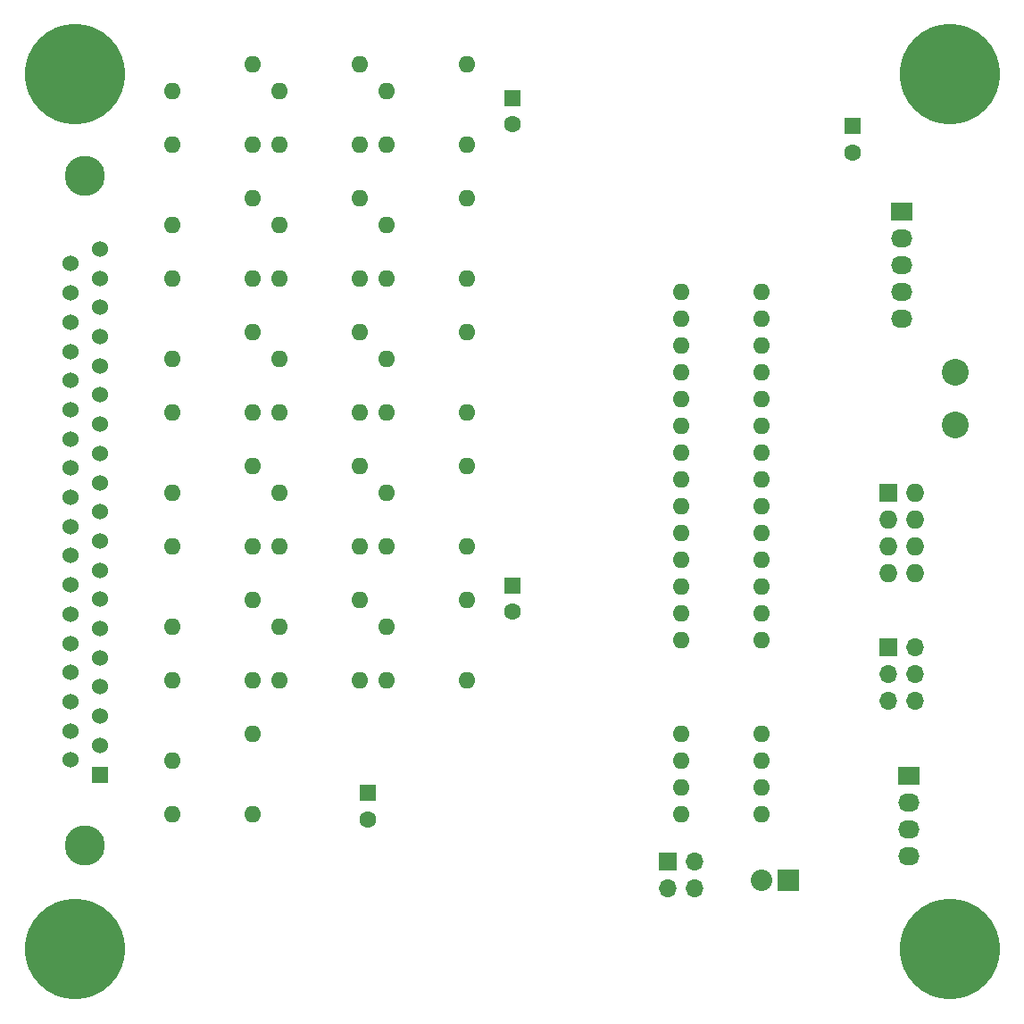
<source format=gbr>
G04 #@! TF.FileFunction,Soldermask,Bot*
%FSLAX46Y46*%
G04 Gerber Fmt 4.6, Leading zero omitted, Abs format (unit mm)*
G04 Created by KiCad (PCBNEW (after 2015-mar-04 BZR unknown)-product) date 6/9/2017 12:02:43 PM*
%MOMM*%
G01*
G04 APERTURE LIST*
%ADD10C,0.150000*%
%ADD11C,9.525000*%
%ADD12R,2.032000X2.032000*%
%ADD13O,2.032000X2.032000*%
%ADD14R,1.524000X1.524000*%
%ADD15C,1.524000*%
%ADD16C,3.810000*%
%ADD17O,1.600000X1.600000*%
%ADD18R,1.727200X1.727200*%
%ADD19O,1.727200X1.727200*%
%ADD20R,2.032000X1.727200*%
%ADD21O,2.032000X1.727200*%
%ADD22R,1.700000X1.700000*%
%ADD23O,1.700000X1.700000*%
%ADD24C,2.540000*%
%ADD25R,1.600000X1.600000*%
%ADD26C,1.600000*%
G04 APERTURE END LIST*
D10*
D11*
X6000000Y-6000000D03*
X89000000Y-6000000D03*
X6000000Y-89000000D03*
X89000000Y-89000000D03*
D12*
X73660000Y-82423000D03*
D13*
X71120000Y-82423000D03*
D14*
X8422400Y-72417400D03*
D15*
X8422400Y-69648800D03*
X8422400Y-66880200D03*
X8422400Y-64111600D03*
X8422400Y-61343000D03*
X8422400Y-58574400D03*
X8422400Y-55805800D03*
X8422400Y-53037200D03*
X8422400Y-50268600D03*
D16*
X7000000Y-79123000D03*
X7000000Y-15623000D03*
D15*
X8422400Y-47500000D03*
X8422400Y-44731400D03*
X8422400Y-41962800D03*
X8422400Y-39194200D03*
X8422400Y-36425600D03*
X8422400Y-33657000D03*
X8422400Y-30888400D03*
X8422400Y-28119800D03*
X8422400Y-25351200D03*
X8422400Y-22582600D03*
X5577600Y-71045800D03*
X5577600Y-68277200D03*
X5577600Y-65508600D03*
X5577600Y-62740000D03*
X5577600Y-59971400D03*
X5577600Y-57202800D03*
X5577600Y-54434200D03*
X5577600Y-51665600D03*
X5577600Y-48897000D03*
X5577600Y-46128400D03*
X5577600Y-43359800D03*
X5577600Y-40591200D03*
X5577600Y-37822600D03*
X5577600Y-35054000D03*
X5577600Y-32285400D03*
X5577600Y-29516800D03*
X5577600Y-26748200D03*
X5577600Y-23979600D03*
D17*
X63500000Y-26670000D03*
X63500000Y-29210000D03*
X63500000Y-31750000D03*
X63500000Y-34290000D03*
X63500000Y-36830000D03*
X63500000Y-39370000D03*
X63500000Y-41910000D03*
X63500000Y-44450000D03*
X63500000Y-46990000D03*
X63500000Y-49530000D03*
X63500000Y-52070000D03*
X63500000Y-54610000D03*
X63500000Y-57150000D03*
X63500000Y-59690000D03*
X71120000Y-59690000D03*
X71120000Y-57150000D03*
X71120000Y-54610000D03*
X71120000Y-52070000D03*
X71120000Y-49530000D03*
X71120000Y-46990000D03*
X71120000Y-44450000D03*
X71120000Y-41910000D03*
X71120000Y-39370000D03*
X71120000Y-36830000D03*
X71120000Y-34290000D03*
X71120000Y-31750000D03*
X71120000Y-29210000D03*
X71120000Y-26670000D03*
X63500000Y-68580000D03*
X63500000Y-71120000D03*
X63500000Y-73660000D03*
X63500000Y-76200000D03*
X71120000Y-76200000D03*
X71120000Y-73660000D03*
X71120000Y-71120000D03*
X71120000Y-68580000D03*
D18*
X83185000Y-45720000D03*
D19*
X85725000Y-45720000D03*
X83185000Y-48260000D03*
X85725000Y-48260000D03*
X83185000Y-50800000D03*
X85725000Y-50800000D03*
X83185000Y-53340000D03*
X85725000Y-53340000D03*
D20*
X84455000Y-19050000D03*
D21*
X84455000Y-21590000D03*
X84455000Y-24130000D03*
X84455000Y-26670000D03*
X84455000Y-29210000D03*
D20*
X85118000Y-72550000D03*
D21*
X85118000Y-75090000D03*
X85118000Y-77630000D03*
X85118000Y-80170000D03*
D22*
X83185000Y-60325000D03*
D23*
X85725000Y-60325000D03*
X83185000Y-62865000D03*
X85725000Y-62865000D03*
X83185000Y-65405000D03*
X85725000Y-65405000D03*
D22*
X62230000Y-80645000D03*
D23*
X64770000Y-80645000D03*
X62230000Y-83185000D03*
X64770000Y-83185000D03*
D17*
X22860000Y-12700000D03*
X15240000Y-7620000D03*
X15240000Y-12700000D03*
X22860000Y-5080000D03*
X33020000Y-12700000D03*
X25400000Y-7620000D03*
X25400000Y-12700000D03*
X33020000Y-5080000D03*
X43180000Y-12700000D03*
X35560000Y-7620000D03*
X35560000Y-12700000D03*
X43180000Y-5080000D03*
X22860000Y-25400000D03*
X15240000Y-20320000D03*
X15240000Y-25400000D03*
X22860000Y-17780000D03*
X33020000Y-25400000D03*
X25400000Y-20320000D03*
X25400000Y-25400000D03*
X33020000Y-17780000D03*
X43180000Y-25400000D03*
X35560000Y-20320000D03*
X35560000Y-25400000D03*
X43180000Y-17780000D03*
X22860000Y-38100000D03*
X15240000Y-33020000D03*
X15240000Y-38100000D03*
X22860000Y-30480000D03*
X33020000Y-38100000D03*
X25400000Y-33020000D03*
X25400000Y-38100000D03*
X33020000Y-30480000D03*
X43180000Y-38100000D03*
X35560000Y-33020000D03*
X35560000Y-38100000D03*
X43180000Y-30480000D03*
X22860000Y-50800000D03*
X15240000Y-45720000D03*
X15240000Y-50800000D03*
X22860000Y-43180000D03*
X33020000Y-50800000D03*
X25400000Y-45720000D03*
X25400000Y-50800000D03*
X33020000Y-43180000D03*
X43180000Y-50800000D03*
X35560000Y-45720000D03*
X35560000Y-50800000D03*
X43180000Y-43180000D03*
X22860000Y-63500000D03*
X15240000Y-58420000D03*
X15240000Y-63500000D03*
X22860000Y-55880000D03*
X33020000Y-63500000D03*
X25400000Y-58420000D03*
X25400000Y-63500000D03*
X33020000Y-55880000D03*
X43180000Y-63500000D03*
X35560000Y-58420000D03*
X35560000Y-63500000D03*
X43180000Y-55880000D03*
X22860000Y-76200000D03*
X15240000Y-71120000D03*
X15240000Y-76200000D03*
X22860000Y-68580000D03*
D24*
X89535000Y-34290000D03*
X89535000Y-39290000D03*
D25*
X33782000Y-74168000D03*
D26*
X33782000Y-76668000D03*
D25*
X47498000Y-54483000D03*
D26*
X47498000Y-56983000D03*
D25*
X47498000Y-8255000D03*
D26*
X47498000Y-10755000D03*
D25*
X79756000Y-10922000D03*
D26*
X79756000Y-13422000D03*
M02*

</source>
